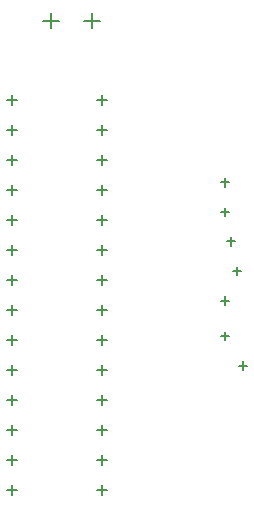
<source format=gbr>
%TF.GenerationSoftware,Altium Limited,Altium Designer,22.1.2 (22)*%
G04 Layer_Color=128*
%FSLAX26Y26*%
%MOIN*%
%TF.SameCoordinates,2995F0C5-4C3E-44F3-91CA-E5D3315D7569*%
%TF.FilePolarity,Positive*%
%TF.FileFunction,Drillmap*%
%TF.Part,Single*%
G01*
G75*
%TA.AperFunction,NonConductor*%
%ADD38C,0.005000*%
D38*
X3921260Y3374016D02*
X3972441D01*
X3946850Y3348425D02*
Y3399606D01*
X3783465Y3374016D02*
X3834646D01*
X3809055Y3348425D02*
Y3399606D01*
X3962284Y1810000D02*
X3997716D01*
X3980000Y1792284D02*
Y1827716D01*
X3962284Y1910000D02*
X3997716D01*
X3980000Y1892284D02*
Y1927716D01*
X3962284Y2010000D02*
X3997716D01*
X3980000Y1992284D02*
Y2027716D01*
X3962284Y2110000D02*
X3997716D01*
X3980000Y2092284D02*
Y2127716D01*
X3962284Y2210000D02*
X3997716D01*
X3980000Y2192284D02*
Y2227716D01*
X3962284Y2310000D02*
X3997716D01*
X3980000Y2292284D02*
Y2327716D01*
X3962284Y2410000D02*
X3997716D01*
X3980000Y2392284D02*
Y2427716D01*
X3962284Y2510000D02*
X3997716D01*
X3980000Y2492284D02*
Y2527716D01*
X3962284Y2610000D02*
X3997716D01*
X3980000Y2592284D02*
Y2627716D01*
X3962284Y2710000D02*
X3997716D01*
X3980000Y2692284D02*
Y2727716D01*
X3962284Y2810000D02*
X3997716D01*
X3980000Y2792284D02*
Y2827716D01*
X3962284Y2910000D02*
X3997716D01*
X3980000Y2892284D02*
Y2927716D01*
X3962284Y3010000D02*
X3997716D01*
X3980000Y2992284D02*
Y3027716D01*
X3962284Y3110000D02*
X3997716D01*
X3980000Y3092284D02*
Y3127716D01*
X3662284Y1810000D02*
X3697716D01*
X3680000Y1792284D02*
Y1827716D01*
X3662284Y1910000D02*
X3697716D01*
X3680000Y1892284D02*
Y1927716D01*
X3662284Y2010000D02*
X3697716D01*
X3680000Y1992284D02*
Y2027716D01*
X3662284Y2110000D02*
X3697716D01*
X3680000Y2092284D02*
Y2127716D01*
X3662284Y2210000D02*
X3697716D01*
X3680000Y2192284D02*
Y2227716D01*
X3662284Y2310000D02*
X3697716D01*
X3680000Y2292284D02*
Y2327716D01*
X3662284Y2410000D02*
X3697716D01*
X3680000Y2392284D02*
Y2427716D01*
X3662284Y2510000D02*
X3697716D01*
X3680000Y2492284D02*
Y2527716D01*
X3662284Y2610000D02*
X3697716D01*
X3680000Y2592284D02*
Y2627716D01*
X3662284Y2710000D02*
X3697716D01*
X3680000Y2692284D02*
Y2727716D01*
X3662284Y2810000D02*
X3697716D01*
X3680000Y2792284D02*
Y2827716D01*
X3662284Y2910000D02*
X3697716D01*
X3680000Y2892284D02*
Y2927716D01*
X3662284Y3010000D02*
X3697716D01*
X3680000Y2992284D02*
Y3027716D01*
X3662284Y3110000D02*
X3697716D01*
X3680000Y3092284D02*
Y3127716D01*
X4375764Y2834646D02*
X4403764D01*
X4389764Y2820646D02*
Y2848646D01*
X4375764Y2736220D02*
X4403764D01*
X4389764Y2722220D02*
Y2750220D01*
X4395449Y2637795D02*
X4423449D01*
X4409449Y2623795D02*
Y2651795D01*
X4415134Y2539370D02*
X4443134D01*
X4429134Y2525370D02*
Y2553370D01*
X4375764Y2440945D02*
X4403764D01*
X4389764Y2426945D02*
Y2454945D01*
X4375764Y2322835D02*
X4403764D01*
X4389764Y2308835D02*
Y2336835D01*
X4434819Y2224409D02*
X4462819D01*
X4448819Y2210409D02*
Y2238409D01*
%TF.MD5,857e565c4ea47da92bb5ebc3a78753a4*%
M02*

</source>
